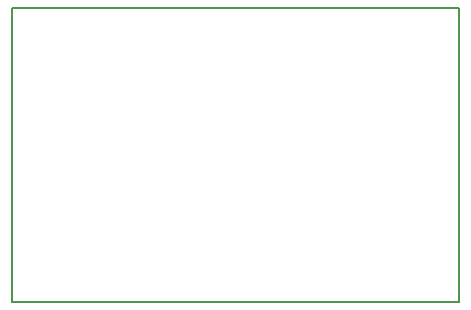
<source format=gbr>
%FSLAX35Y35*%
%MOIN*%
G04 EasyPC Gerber Version 18.0.8 Build 3632 *
%ADD11C,0.00500*%
X0Y0D02*
D02*
D11*
X641Y302D02*
X149656D01*
Y98398*
X641*
Y302*
X0Y0D02*
M02*

</source>
